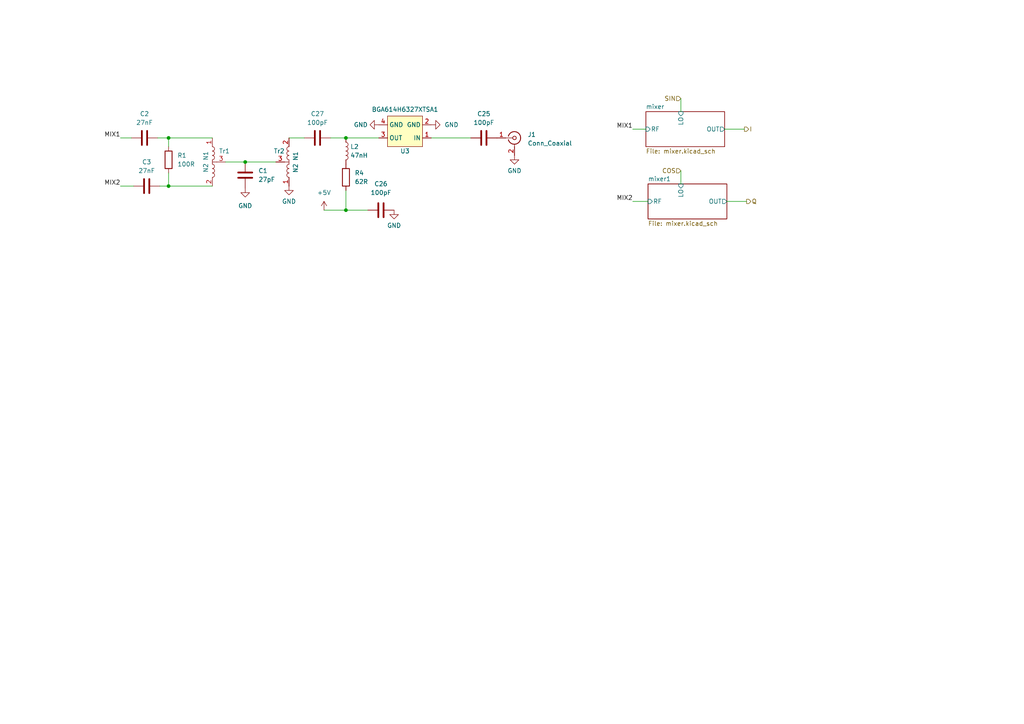
<source format=kicad_sch>
(kicad_sch (version 20230121) (generator eeschema)
  (paper "A4")
  (lib_symbols
    (symbol "Autotransformer:Autotransformer"
      (property "Reference" "Tr" (at -3.429 0.254 90))
      (property "Value" "N2 N1" (at -1.27 0 90))
      (symbol "Autotransformer_0_1"
        (arc (start 0 -1.905) (mid 0.6129 -1.27) (end 0 -0.635))
        (polyline (pts (xy 0 0.635) (xy 0 -0.635)))
        (polyline (pts (xy 1.27 0) (xy 0 0)))
        (arc (start 0 0.635) (mid 0.6238 1.27) (end 0 1.905))
        (arc (start 0.0113 1.905) (mid 0.6351 2.54) (end 0.0113 3.175))
        (arc (start 0.0113 3.175) (mid 0.6351 3.81) (end 0.0113 4.445))
        (arc (start 0.0225 -4.445) (mid 0.6354 -3.81) (end 0.0225 -3.175))
        (arc (start 0.0225 -3.175) (mid 0.6354 -2.54) (end 0.0225 -1.905))
      )
      (symbol "Autotransformer_1_1"
        (pin passive line (at 0 6.985 270) (length 2.54) (name "~") (number "1"))
        (pin passive line (at 0 -6.985 90) (length 2.54) (name "~") (number "2"))
        (pin passive line (at 3.81 0 180) (length 2.54) (name "~") (number "3"))
      )
    )
    (symbol "BGA614H6327XTSA1:BGA614H6327XTSA1"
      (property "Reference" "U" (at 0 7.62 0))
      (property "Value" "BGA614H6327XTSA1" (at 0 5.08 0))
      (symbol "BGA614H6327XTSA1_1_1"
        (rectangle (start -5.08 3.81) (end 5.08 -5.08) (fill (type background)))
        (pin input line (at -7.62 1.27 0) (length 2.54) (name "IN") (number "1"))
        (pin power_in line (at -7.62 -2.54 0) (length 2.54) (name "GND") (number "2"))
        (pin output line (at 7.62 1.27 180) (length 2.54) (name "OUT") (number "3"))
        (pin power_in line (at 7.62 -2.54 180) (length 2.54) (name "GND") (number "4"))
      )
    )
    (symbol "Connector:Conn_Coaxial" (pin_names (offset 1.016) hide)
      (property "Reference" "J" (at 0.254 3.048 0))
      (property "Value" "Conn_Coaxial" (at 2.921 0 90))
      (symbol "Conn_Coaxial_0_1"
        (arc (start -1.778 -0.508) (mid 0.2311 -1.8066) (end 1.778 0) (stroke (width 0.254)))
        (polyline (pts (xy -2.54 0) (xy -0.508 0)))
        (polyline (pts (xy 0 -2.54) (xy 0 -1.778)))
        (circle (center 0 0) (radius 0.508) (stroke (width 0.2032)))
        (arc (start 1.778 0) (mid 0.2099 1.8101) (end -1.778 0.508) (stroke (width 0.254)))
      )
      (symbol "Conn_Coaxial_1_1"
        (pin passive line (at -5.08 0 0) (length 2.54) (name "In") (number "1"))
        (pin passive line (at 0 -5.08 90) (length 2.54) (name "Ext") (number "2"))
      )
    )
    (symbol "Device:C" (pin_numbers hide) (pin_names (offset 0.254))
      (property "Reference" "C" (at 0.635 2.54 0))
      (property "Value" "C" (at 0.635 -2.54 0))
      (symbol "C_0_1"
        (polyline (pts (xy -2.032 -0.762) (xy 2.032 -0.762)) (stroke (width 0.508)))
        (polyline (pts (xy -2.032 0.762) (xy 2.032 0.762)) (stroke (width 0.508)))
      )
      (symbol "C_1_1"
        (pin passive line (at 0 3.81 270) (length 2.794) (name "~") (number "1"))
        (pin passive line (at 0 -3.81 90) (length 2.794) (name "~") (number "2"))
      )
    )
    (symbol "Device:L" (pin_numbers hide) (pin_names (offset 1.016) hide)
      (property "Reference" "L" (at -1.27 0 90))
      (property "Value" "L" (at 1.905 0 90))
      (symbol "L_0_1"
        (arc (start 0 -2.54) (mid 0.6323 -1.905) (end 0 -1.27))
        (arc (start 0 -1.27) (mid 0.6323 -0.635) (end 0 0))
        (arc (start 0 0) (mid 0.6323 0.635) (end 0 1.27))
        (arc (start 0 1.27) (mid 0.6323 1.905) (end 0 2.54))
      )
      (symbol "L_1_1"
        (pin passive line (at 0 3.81 270) (length 1.27) (name "1") (number "1"))
        (pin passive line (at 0 -3.81 90) (length 1.27) (name "2") (number "2"))
      )
    )
    (symbol "Device:R" (pin_numbers hide) (pin_names (offset 0))
      (property "Reference" "R" (at 2.032 0 90))
      (property "Value" "R" (at 0 0 90))
      (symbol "R_0_1"
        (rectangle (start -1.016 -2.54) (end 1.016 2.54) (stroke (width 0.254)))
      )
      (symbol "R_1_1"
        (pin passive line (at 0 3.81 270) (length 1.27) (name "~") (number "1"))
        (pin passive line (at 0 -3.81 90) (length 1.27) (name "~") (number "2"))
      )
    )
    (symbol "power:+5V" (power) (pin_names (offset 0))
      (property "Value" "+5V" (at 0 3.556 0))
      (symbol "+5V_0_1"
        (polyline (pts (xy -0.762 1.27) (xy 0 2.54)))
        (polyline (pts (xy 0 0) (xy 0 2.54)))
        (polyline (pts (xy 0 2.54) (xy 0.762 1.27)))
      )
      (symbol "+5V_1_1"
        (pin power_in line (at 0 0 90) (length 0) hide (name "+5V") (number "1"))
      )
    )
    (symbol "power:GND" (power) (pin_names (offset 0))
      (property "Value" "GND" (at 0 -3.81 0))
      (symbol "GND_0_1"
        (polyline (pts (xy 0 0) (xy 0 -1.27) (xy 1.27 -1.27) (xy 0 -2.54) (xy -1.27 -1.27) (xy 0 -1.27)))
      )
      (symbol "GND_1_1"
        (pin power_in line (at 0 0 270) (length 0) hide (name "GND") (number "1"))
      )
    )
  )
  (junction (at 100.33 40.005))
  (junction (at 48.895 40.005))
  (junction (at 48.895 53.975))
  (junction (at 71.12 46.99))
  (junction (at 100.33 60.96))
  (wire (pts (xy 46.355 53.975) (xy 48.895 53.975)))
  (wire (pts (xy 65.405 46.99) (xy 71.12 46.99)))
  (wire (pts (xy 48.895 50.165) (xy 48.895 53.975)))
  (wire (pts (xy 100.33 60.96) (xy 106.68 60.96)))
  (wire (pts (xy 48.895 40.005) (xy 48.895 42.545)))
  (wire (pts (xy 71.12 46.99) (xy 80.01 46.99)))
  (wire (pts (xy 197.485 28.575) (xy 197.485 32.385)))
  (wire (pts (xy 34.925 53.975) (xy 38.735 53.975)))
  (wire (pts (xy 34.925 40.005) (xy 38.1 40.005)))
  (wire (pts (xy 48.895 40.005) (xy 61.595 40.005)))
  (wire (pts (xy 93.98 60.96) (xy 100.33 60.96)))
  (wire (pts (xy 210.82 58.42) (xy 216.535 58.42)))
  (wire (pts (xy 197.485 49.53) (xy 197.485 53.34)))
  (wire (pts (xy 45.72 40.005) (xy 48.895 40.005)))
  (wire (pts (xy 100.33 40.005) (xy 109.855 40.005)))
  (wire (pts (xy 125.095 40.005) (xy 136.525 40.005)))
  (wire (pts (xy 210.185 37.465) (xy 215.9 37.465)))
  (wire (pts (xy 95.885 40.005) (xy 100.33 40.005)))
  (wire (pts (xy 83.82 40.005) (xy 88.265 40.005)))
  (wire (pts (xy 48.895 53.975) (xy 61.595 53.975)))
  (wire (pts (xy 183.515 37.465) (xy 187.325 37.465)))
  (wire (pts (xy 183.515 58.42) (xy 187.96 58.42)))
  (wire (pts (xy 100.33 55.245) (xy 100.33 60.96)))
  (label "MIX2" (at 183.515 58.42 180))
  (label "MIX1" (at 34.925 40.005 180))
  (label "MIX1" (at 183.515 37.465 180))
  (label "MIX2" (at 34.925 53.975 180))
  (hierarchical_label "Q" (shape output) (at 216.535 58.42 0))
  (hierarchical_label "SIN" (shape input) (at 197.485 28.575 180))
  (hierarchical_label "COS" (shape input) (at 197.485 49.53 180))
  (hierarchical_label "I" (shape output) (at 215.9 37.465 0))
  (symbol (lib_id "Device:C") (at 42.545 53.975 90) (unit 1)
    (property "Reference" "C3" (at 42.545 46.99 90))
    (property "Value" "27nF" (at 42.545 49.53 90))
    (instances (project "analog_frontend" (path "" (reference "C3") (unit 1)) (path "" (reference "C2") (unit 1))))
  )
  (symbol (lib_id "power:GND") (at 83.82 53.975 0) (unit 1)
    (property "Reference" "#PWR011" (effects hide))
    (property "Value" "GND" (at 83.82 58.42 0))
    (instances (project "analog_frontend" (path "" (reference "#PWR011") (unit 1)) (path "" (reference "#PWR09") (unit 1))))
  )
  (symbol (lib_id "Device:C") (at 71.12 50.8 0) (unit 1)
    (property "Reference" "C1" (at 74.93 49.53 0) (effects (justify left)))
    (property "Value" "27pF" (at 74.93 52.07 0) (effects (justify left)))
    (instances (project "analog_frontend" (path "" (reference "C1") (unit 1)) (path "" (reference "C3") (unit 1))))
  )
  (symbol (lib_id "BGA614H6327XTSA1:BGA614H6327XTSA1") (at 117.475 38.735 180) (unit 1)
    (property "Reference" "U3" (at 117.475 43.815 0))
    (property "Value" "BGA614H6327XTSA1" (at 117.475 31.75 0))
    (instances (project "analog_frontend" (path "" (reference "U3") (unit 1)) (path "" (reference "U5") (unit 1))))
  )
  (symbol (lib_id "Device:C") (at 110.49 60.96 90) (unit 1)
    (property "Reference" "C26" (at 110.49 53.34 90))
    (property "Value" "100pF" (at 110.49 55.88 90))
  )
  (symbol (lib_id "Device:C") (at 92.075 40.005 90) (unit 1)
    (property "Reference" "C27" (at 92.075 33.02 90))
    (property "Value" "100pF" (at 92.075 35.56 90))
  )
  (symbol (lib_id "Device:C") (at 41.91 40.005 90) (unit 1)
    (property "Reference" "C2" (at 41.91 33.02 90))
    (property "Value" "27nF" (at 41.91 35.56 90))
    (instances (project "analog_frontend" (path "" (reference "C2") (unit 1)) (path "" (reference "C1") (unit 1))))
  )
  (symbol (lib_id "Device:R") (at 100.33 51.435 0) (unit 1)
    (property "Reference" "R4" (at 102.87 50.165 0) (effects (justify left)))
    (property "Value" "62R" (at 102.87 52.705 0) (effects (justify left)))
  )
  (symbol (lib_id "Device:L") (at 100.33 43.815 0) (unit 1)
    (property "Reference" "L2" (at 101.6 42.545 0) (effects (justify left)))
    (property "Value" "47nH" (at 101.6 45.085 0) (effects (justify left)))
  )
  (symbol (lib_id "power:GND") (at 114.3 60.96 0) (unit 1)
    (property "Reference" "#PWR011" (effects hide))
    (property "Value" "GND" (at 114.3 65.405 0))
    (instances (project "analog_frontend" (path "" (reference "#PWR011") (unit 1)) (path "" (reference "#PWR043") (unit 1))))
  )
  (symbol (lib_id "power:GND") (at 125.095 36.195 90) (unit 1)
    (property "Reference" "#PWR06" (effects hide))
    (property "Value" "GND" (at 128.905 36.195 90) (effects (justify right)))
    (instances (project "analog_frontend" (path "" (reference "#PWR06") (unit 1)) (path "" (reference "#PWR010") (unit 1))))
  )
  (symbol (lib_id "Autotransformer:Autotransformer") (at 83.82 46.99 180) (unit 1)
    (property "Reference" "Tr2" (at 79.375 43.815 0) (effects (justify right)))
    (property "Value" "N2 N1" (at 85.725 50.165 90) (effects (justify right)))
  )
  (symbol (lib_id "Device:R") (at 48.895 46.355 0) (unit 1)
    (property "Reference" "R1" (at 51.435 45.085 0) (effects (justify left)))
    (property "Value" "100R" (at 51.435 47.625 0) (effects (justify left)))
  )
  (symbol (lib_id "Autotransformer:Autotransformer") (at 61.595 46.99 0) (unit 1)
    (property "Reference" "Tr1" (at 66.675 43.815 0) (effects (justify right)))
    (property "Value" "N2 N1" (at 59.69 43.815 90) (effects (justify right)))
  )
  (symbol (lib_id "power:GND") (at 109.855 36.195 270) (unit 1)
    (property "Reference" "#PWR06" (effects hide))
    (property "Value" "GND" (at 106.68 36.195 90) (effects (justify right)))
    (instances (project "analog_frontend" (path "" (reference "#PWR06") (unit 1)) (path "" (reference "#PWR042") (unit 1))))
  )
  (symbol (lib_id "power:GND") (at 71.12 54.61 0) (unit 1)
    (property "Reference" "#PWR010" (effects hide))
    (property "Value" "GND" (at 71.12 59.69 0))
    (instances (project "analog_frontend" (path "" (reference "#PWR010") (unit 1)) (path "" (reference "#PWR08") (unit 1))))
  )
  (symbol (lib_id "Device:C") (at 140.335 40.005 90) (unit 1)
    (property "Reference" "C25" (at 140.335 33.02 90))
    (property "Value" "100pF" (at 140.335 35.56 90))
  )
  (symbol (lib_id "power:+5V") (at 93.98 60.96 0) (unit 1)
    (property "Reference" "#PWR028" (effects hide))
    (property "Value" "+5V" (at 93.98 55.88 0))
    (instances (project "analog_frontend" (path "" (reference "#PWR028") (unit 1)) (path "" (reference "#PWR041") (unit 1))))
  )
  (symbol (lib_id "power:GND") (at 149.225 45.085 0) (unit 1)
    (property "Reference" "#PWR09" (effects hide))
    (property "Value" "GND" (at 149.225 49.53 0))
    (instances (project "analog_frontend" (path "" (reference "#PWR09") (unit 1)) (path "" (reference "#PWR011") (unit 1))))
  )
  (symbol (lib_id "Connector:Conn_Coaxial") (at 149.225 40.005 0) (unit 1)
    (property "Reference" "J1" (at 153.035 39.0282 0) (effects (justify left)))
    (property "Value" "Conn_Coaxial" (at 153.035 41.5682 0) (effects (justify left)))
    (property "Datasheet" " ~" (effects hide))
  )
  (sheet (at 187.325 32.385) (size 22.86 10.16) (stroke (width 0.1524))
    (property "Sheetname" "mixer" (at 187.325 31.6734 0) (effects (justify left bottom)))
    (property "Sheetfile" "mixer.kicad_sch" (at 187.325 43.1296 0) (effects (justify left top)))
    (pin "LO" input (at 197.485 32.385 90))
    (pin "OUT" output (at 210.185 37.465 0))
    (pin "RF" input (at 187.325 37.465 180))
  )
  (sheet (at 187.96 53.34) (size 22.86 10.16) (stroke (width 0.1524))
    (property "Sheetname" "mixer1" (at 187.96 52.6284 0) (effects (justify left bottom)))
    (property "Sheetfile" "mixer.kicad_sch" (at 187.96 64.0846 0) (effects (justify left top)))
    (pin "LO" input (at 197.485 53.34 90))
    (pin "OUT" output (at 210.82 58.42 0))
    (pin "RF" input (at 187.96 58.42 180))
  )
)
</source>
